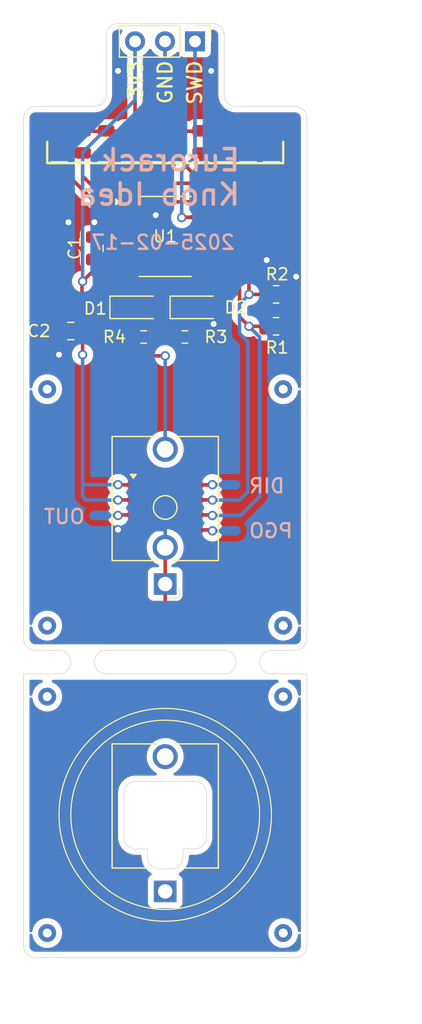
<source format=kicad_pcb>
(kicad_pcb (version 20240108) (generator "pcbnew") (generator_version "8.0")
  (layers (0 "F.Cu" signal) (31 "B.Cu" signal) (34 "B.Paste" user) (35 "F.Paste" user) (36 "B.SilkS" user "B.Silkscreen") (37 "F.SilkS" user "F.Silkscreen") (38 "B.Mask" user) (39 "F.Mask" user) (44 "Edge.Cuts" user))
  (net 0 "")
  (net 1 "GND")
  (net 2 "VCC")
  (net 3 "/A1")
  (net 4 "Net-(J1-PadT)")
  (net 5 "/SWD")
  (net 6 "/SDA")
  (net 7 "/SCL")
  (net 10 "/RST")
  (net 12 "unconnected-(U2-DIR-Pad8)")
  (net 13 "unconnected-(U2-PGO-Pad5)")
  (net 14 "unconnected-(U2-OUT-Pad3)")
  (net 15 "Net-(D3-K)")
  (net 16 "Net-(D4-K)")
  (net 17 "Net-(D5-K)")
  (net 18 "Net-(D6-K)")
  (net 19 "Net-(D7-K)")
  (net 20 "Net-(D8-K)")
  (net 21 "Net-(D9-K)")
  (net 22 "Net-(D10-K)")
  (net 23 "Net-(D11-K)")
  (net 24 "Net-(D12-K)")
  (footprint "Connector_Audio:Jack_3.5mm_QingPu_WQP-PJ398SM_Vertical_CircularHoles" (layer "F.Cu") (at 74 82.4 180)
    (property "Reference" "J1" (hide yes))
    (property "Value" "AudioJack2_SwitchT")
    (fp_line (start 4.5 12.48) (end 0.8 12.48) (stroke (width 0.12)) (layer "F.SilkS"))
    (fp_line (start 4.5 1.98) (end 4.5 12.48) (stroke (width 0.12)) (layer "F.SilkS"))
    (fp_line (start 4.5 1.98) (end 0.72 1.98) (stroke (width 0.12)) (layer "F.SilkS"))
    (fp_line (start -0.72 1.98) (end -4.5 1.98) (stroke (width 0.12)) (layer "F.SilkS"))
    (fp_line (start -0.8 12.48) (end -4.5 12.48) (stroke (width 0.12)) (layer "F.SilkS"))
    (fp_line (start -1.23 -1.17) (end -0.37 -1.17) (stroke (width 0.12)) (layer "F.SilkS"))
    (fp_line (start -1.23 -1.17) (end -1.23 -0.37) (stroke (width 0.12)) (layer "F.SilkS"))
    (fp_line (start -4.5 1.98) (end -4.5 12.48) (stroke (width 0.12)) (layer "F.SilkS"))
    (fp_circle (center 0 6.48) (end 1 6.48) (stroke (width 0.12)) (fill none) (layer "F.SilkS"))
    (pad "8" thru_hole circle (at -10 -3.52 180) (size 1.524 1.524) (drill 0.762) (layers "*.Cu" "*.Mask"))
    (pad "8" thru_hole circle (at -10 16.48 180) (size 1.524 1.524) (drill 0.762) (layers "*.Cu" "*.Mask"))
    (pad "8" thru_hole circle (at 10 -3.52 180) (size 1.524 1.524) (drill 0.762) (layers "*.Cu" "*.Mask"))
    (pad "8" thru_hole circle (at 10 16.48 180) (size 1.524 1.524) (drill 0.762) (layers "*.Cu" "*.Mask"))
    (pad "S" thru_hole rect (at 0 0) (size 1.93 1.83) (drill 1.22) (layers "*.Cu" "*.Mask") (net 1 "GND"))
    (pad "T" thru_hole circle (at 0 11.4) (size 2.13 2.13) (drill 1.43) (layers "*.Cu" "*.Mask") (net 4 "Net-(J1-PadT)"))
    (pad "TN" thru_hole circle (at 0 3.1) (size 2.13 2.13) (drill 1.42) (layers "*.Cu" "*.Mask") (net 1 "GND"))
  )
  (footprint "LED_SMD:LED_0805_2012Metric" (layer "F.Cu") (at 69 45 90)
    (property "Reference" "D5" (hide yes))
    (property "Value" "LED_Small" (hide yes))
    (fp_line (start -1.685 -0.7) (end -1.685 0.7) (stroke (width 0.12)) (layer "F.SilkS"))
    (pad "1" smd roundrect (at -0.9375 0 90) (size 0.975 1.4) (layers "F.Cu" "F.Paste" "F.Mask") (net 17 "Net-(D5-K)"))
    (pad "2" smd roundrect (at 0.9375 0 90) (size 0.975 1.4) (layers "F.Cu" "F.Paste" "F.Mask") (net 2 "VCC"))
  )
  (footprint "LED_SMD:LED_0805_2012Metric" (layer "F.Cu") (at 71 45 90)
    (property "Reference" "D6" (hide yes))
    (property "Value" "LED_Small" (hide yes))
    (fp_line (start -1.685 -0.7) (end -1.685 0.7) (stroke (width 0.12)) (layer "F.SilkS"))
    (pad "1" smd roundrect (at -0.9375 0 90) (size 0.975 1.4) (layers "F.Cu" "F.Paste" "F.Mask") (net 18 "Net-(D6-K)"))
    (pad "2" smd roundrect (at 0.9375 0 90) (size 0.975 1.4) (layers "F.Cu" "F.Paste" "F.Mask") (net 2 "VCC"))
  )
  (footprint "Resistor_SMD:R_0603_1608Metric" (layer "F.Cu") (at 72.175 61.5)
    (property "Reference" "R4" (at -2.475 0 360) (layer "F.SilkS"))
    (property "Value" "33K")
    (fp_line (start -0.237258 -0.5225) (end 0.237258 -0.5225) (stroke (width 0.12)) (layer "F.SilkS"))
    (fp_line (start -0.237258 0.5225) (end 0.237258 0.5225) (stroke (width 0.12)) (layer "F.SilkS"))
    (pad "1" smd roundrect (at -0.825 0) (size 0.8 0.95) (layers "F.Cu" "F.Paste" "F.Mask") (net 4 "Net-(J1-PadT)"))
    (pad "2" smd roundrect (at 0.825 0) (size 0.8 0.95) (layers "F.Cu" "F.Paste" "F.Mask") (net 3 "/A1"))
  )
  (footprint "LED_SMD:LED_0805_2012Metric" (layer "F.Cu") (at 83 45 90)
    (property "Reference" "D12" (hide yes))
    (property "Value" "LED_Small" (hide yes))
    (fp_line (start -1.685 -0.7) (end -1.685 0.7) (stroke (width 0.12)) (layer "F.SilkS"))
    (pad "1" smd roundrect (at -0.9375 0 90) (size 0.975 1.4) (layers "F.Cu" "F.Paste" "F.Mask") (net 24 "Net-(D12-K)"))
    (pad "2" smd roundrect (at 0.9375 0 90) (size 0.975 1.4) (layers "F.Cu" "F.Paste" "F.Mask") (net 2 "VCC"))
  )
  (footprint "LED_SMD:LED_0805_2012Metric" (layer "F.Cu") (at 65 45 90)
    (property "Reference" "D3" (hide yes))
    (property "Value" "LED_Small" (hide yes))
    (fp_line (start -1.685 -0.7) (end -1.685 0.7) (stroke (width 0.12)) (layer "F.SilkS"))
    (pad "1" smd roundrect (at -0.9375 0 90) (size 0.975 1.4) (layers "F.Cu" "F.Paste" "F.Mask") (net 15 "Net-(D3-K)"))
    (pad "2" smd roundrect (at 0.9375 0 90) (size 0.975 1.4) (layers "F.Cu" "F.Paste" "F.Mask") (net 2 "VCC"))
  )
  (footprint "LED_SMD:LED_0805_2012Metric" (layer "F.Cu") (at 77 45 90)
    (property "Reference" "D9" (hide yes))
    (property "Value" "LED_Small" (hide yes))
    (fp_line (start -1.685 -0.7) (end -1.685 0.7) (stroke (width 0.12)) (layer "F.SilkS"))
    (pad "1" smd roundrect (at -0.9375 0 90) (size 0.975 1.4) (layers "F.Cu" "F.Paste" "F.Mask") (net 21 "Net-(D9-K)"))
    (pad "2" smd roundrect (at 0.9375 0 90) (size 0.975 1.4) (layers "F.Cu" "F.Paste" "F.Mask") (net 2 "VCC"))
  )
  (footprint "Capacitor_SMD:C_0805_2012Metric" (layer "F.Cu") (at 66 61)
    (property "Reference" "C2" (at -2.7 0 0) (layer "F.SilkS"))
    (property "Value" "100n" (hide yes))
    (fp_line (start -0.261252 -0.735) (end 0.261252 -0.735) (stroke (width 0.12)) (layer "F.SilkS"))
    (fp_line (start -0.261252 0.735) (end 0.261252 0.735) (stroke (width 0.12)) (layer "F.SilkS"))
    (pad "1" smd roundrect (at -0.95 0) (size 1 1.45) (layers "F.Cu" "F.Paste" "F.Mask") (net 1 "GND"))
    (pad "2" smd roundrect (at 0.95 0) (size 1 1.45) (layers "F.Cu" "F.Paste" "F.Mask") (net 2 "VCC"))
  )
  (footprint "LED_SMD:LED_0805_2012Metric" (layer "F.Cu") (at 79 45 90)
    (property "Reference" "D10" (hide yes))
    (property "Value" "LED_Small" (hide yes))
    (fp_line (start -1.685 -0.7) (end -1.685 0.7) (stroke (width 0.12)) (layer "F.SilkS"))
    (pad "1" smd roundrect (at -0.9375 0 90) (size 0.975 1.4) (layers "F.Cu" "F.Paste" "F.Mask") (net 22 "Net-(D10-K)"))
    (pad "2" smd roundrect (at 0.9375 0 90) (size 0.975 1.4) (layers "F.Cu" "F.Paste" "F.Mask") (net 2 "VCC"))
  )
  (footprint "LED_SMD:LED_0805_2012Metric" (layer "F.Cu") (at 67 45 90)
    (property "Reference" "D4" (hide yes))
    (property "Value" "LED_Small" (hide yes))
    (fp_line (start -1.685 -0.7) (end -1.685 0.7) (stroke (width 0.12)) (layer "F.SilkS"))
    (pad "1" smd roundrect (at -0.9375 0 90) (size 0.975 1.4) (layers "F.Cu" "F.Paste" "F.Mask") (net 16 "Net-(D4-K)"))
    (pad "2" smd roundrect (at 0.9375 0 90) (size 0.975 1.4) (layers "F.Cu" "F.Paste" "F.Mask") (net 2 "VCC"))
  )
  (footprint "Package_SO:TSSOP-20_4.4x6.5mm_P0.65mm" (layer "F.Cu") (at 74 53)
    (property "Reference" "U1" (at 0 0 0) (layer "F.SilkS"))
    (property "Value" "CH32V003FxPx")
    (fp_line (start 0 -3.385) (end -2.2 -3.385) (stroke (width 0.12)) (layer "F.SilkS"))
    (fp_line (start 0 -3.385) (end 2.2 -3.385) (stroke (width 0.12)) (layer "F.SilkS"))
    (fp_line (start 0 3.385) (end -2.2 3.385) (stroke (width 0.12)) (layer "F.SilkS"))
    (fp_line (start 0 3.385) (end 2.2 3.385) (stroke (width 0.12)) (layer "F.SilkS"))
    (fp_poly (pts (xy -3.86 -2.925) (xy -4.19 -3.165) (xy -4.19 -2.685) (xy -3.86 -2.925)) (stroke (width 0.12)) (fill solid) (layer "F.SilkS"))
    (pad "1" smd roundrect (at -2.8625 -2.925) (size 1.475 0.4) (layers "F.Cu" "F.Paste" "F.Mask") (net 17 "Net-(D5-K)"))
    (pad "2" smd roundrect (at -2.8625 -2.275) (size 1.475 0.4) (layers "F.Cu" "F.Paste" "F.Mask") (net 16 "Net-(D4-K)"))
    (pad "3" smd roundrect (at -2.8625 -1.625) (size 1.475 0.4) (layers "F.Cu" "F.Paste" "F.Mask") (net 15 "Net-(D3-K)"))
    (pad "4" smd roundrect (at -2.8625 -0.975) (size 1.475 0.4) (layers "F.Cu" "F.Paste" "F.Mask") (net 10 "/RST"))
    (pad "5" smd roundrect (at -2.8625 -0.325) (size 1.475 0.4) (layers "F.Cu" "F.Paste" "F.Mask") (net 3 "/A1"))
    (pad "6" smd roundrect (at -2.8625 0.325) (size 1.475 0.4) (layers "F.Cu" "F.Paste" "F.Mask"))
    (pad "7" smd roundrect (at -2.8625 0.975) (size 1.475 0.4) (layers "F.Cu" "F.Paste" "F.Mask") (net 1 "GND"))
    (pad "8" smd roundrect (at -2.8625 1.625) (size 1.475 0.4) (layers "F.Cu" "F.Paste" "F.Mask"))
    (pad "9" smd roundrect (at -2.8625 2.275) (size 1.475 0.4) (layers "F.Cu" "F.Paste" "F.Mask") (net 2 "VCC"))
    (pad "10" smd roundrect (at -2.8625 2.925) (size 1.475 0.4) (layers "F.Cu" "F.Paste" "F.Mask"))
    (pad "11" smd roundrect (at 2.8625 2.925) (size 1.475 0.4) (layers "F.Cu" "F.Paste" "F.Mask") (net 6 "/SDA"))
    (pad "12" smd roundrect (at 2.8625 2.275) (size 1.475 0.4) (layers "F.Cu" "F.Paste" "F.Mask") (net 7 "/SCL"))
    (pad "13" smd roundrect (at 2.8625 1.625) (size 1.475 0.4) (layers "F.Cu" "F.Paste" "F.Mask") (net 24 "Net-(D12-K)"))
    (pad "14" smd roundrect (at 2.8625 0.975) (size 1.475 0.4) (layers "F.Cu" "F.Paste" "F.Mask") (net 23 "Net-(D11-K)"))
    (pad "15" smd roundrect (at 2.8625 0.325) (size 1.475 0.4) (layers "F.Cu" "F.Paste" "F.Mask") (net 22 "Net-(D10-K)"))
    (pad "16" smd roundrect (at 2.8625 -0.325) (size 1.475 0.4) (layers "F.Cu" "F.Paste" "F.Mask") (net 21 "Net-(D9-K)"))
    (pad "17" smd roundrect (at 2.8625 -0.975) (size 1.475 0.4) (layers "F.Cu" "F.Paste" "F.Mask") (net 20 "Net-(D8-K)"))
    (pad "18" smd roundrect (at 2.8625 -1.625) (size 1.475 0.4) (layers "F.Cu" "F.Paste" "F.Mask") (net 5 "/SWD"))
    (pad "19" smd roundrect (at 2.8625 -2.275) (size 1.475 0.4) (layers "F.Cu" "F.Paste" "F.Mask") (net 19 "Net-(D7-K)"))
    (pad "20" smd roundrect (at 2.8625 -2.925) (size 1.475 0.4) (layers "F.Cu" "F.Paste" "F.Mask") (net 18 "Net-(D6-K)"))
  )
  (footprint "Connector_Audio:Jack_3.5mm_QingPu_WQP-PJ398SM_Vertical_CircularHoles" (layer "F.Cu") (at 74 108.4 180)
    (property "Reference" "JN1" (hide yes))
    (property "Value" "AudioJack2_SwitchT")
    (fp_line (start 4.5 12.48) (end 0.8 12.48) (stroke (width 0.12)) (layer "F.SilkS"))
    (fp_line (start 4.5 1.98) (end 4.5 12.48) (stroke (width 0.12)) (layer "F.SilkS"))
    (fp_line (start 4.5 1.98) (end 1.72 1.98) (stroke (width 0.12)) (layer "F.SilkS"))
    (fp_line (start -0.8 12.48) (end -4.5 12.48) (stroke (width 0.12)) (layer "F.SilkS"))
    (fp_line (start -1.72 1.98) (end -4.5 1.98) (stroke (width 0.12)) (layer "F.SilkS"))
    (fp_line (start -4.5 1.98) (end -4.5 12.48) (stroke (width 0.12)) (layer "F.SilkS"))
    (pad "8" thru_hole circle (at -10 -3.52 180) (size 1.524 1.524) (drill 0.762) (layers "*.Cu" "*.Mask"))
    (pad "8" thru_hole circle (at -10 16.48 180) (size 1.524 1.524) (drill 0.762) (layers "*.Cu" "*.Mask"))
    (pad "8" thru_hole circle (at 10 -3.52 180) (size 1.524 1.524) (drill 0.762) (layers "*.Cu" "*.Mask"))
    (pad "8" thru_hole circle (at 10 16.48 180) (size 1.524 1.524) (drill 0.762) (layers "*.Cu" "*.Mask"))
    (pad "S" thru_hole rect (at 0 0) (size 1.93 1.83) (drill 1.22) (layers "*.Cu" "*.Mask"))
    (pad "T" thru_hole circle (at 0 11.4) (size 2.13 2.13) (drill 1.43) (layers "*.Cu" "*.Mask"))
  )
  (footprint "Resistor_SMD:R_0805_2012Metric" (layer "F.Cu") (at 83.4 57.9 180)
    (property "Reference" "R2" (at -0.0875 1.7 360) (layer "F.SilkS"))
    (property "Value" "1K")
    (fp_line (start -0.227064 0.735) (end 0.227064 0.735) (stroke (width 0.12)) (layer "F.SilkS"))
    (fp_line (start -0.227064 -0.735) (end 0.227064 -0.735) (stroke (width 0.12)) (layer "F.SilkS"))
    (pad "1" smd roundrect (at -0.9125 0 180) (size 1.025 1.4) (layers "F.Cu" "F.Paste" "F.Mask") (roundrect_rratio 0.243902) (net 2 "VCC"))
    (pad "2" smd roundrect (at 0.9125 0 180) (size 1.025 1.4) (layers "F.Cu" "F.Paste" "F.Mask") (roundrect_rratio 0.243902) (net 7 "/SCL"))
  )
  (footprint "LED_SMD:LED_0805_2012Metric" (layer "F.Cu") (at 75 45 90)
    (property "Reference" "D8" (hide yes))
    (property "Value" "LED_Small" (hide yes))
    (fp_line (start -1.685 -0.7) (end -1.685 0.7) (stroke (width 0.12)) (layer "F.SilkS"))
    (pad "1" smd roundrect (at -0.9375 0 90) (size 0.975 1.4) (layers "F.Cu" "F.Paste" "F.Mask") (net 20 "Net-(D8-K)"))
    (pad "2" smd roundrect (at 0.9375 0 90) (size 0.975 1.4) (layers "F.Cu" "F.Paste" "F.Mask") (net 2 "VCC"))
  )
  (footprint "LED_SMD:LED_0805_2012Metric" (layer "F.Cu") (at 81 45 90)
    (property "Reference" "D11" (hide yes))
    (property "Value" "LED_Small" (hide yes))
    (fp_line (start -1.685 -0.7) (end -1.685 0.7) (stroke (width 0.12)) (layer "F.SilkS"))
    (pad "1" smd roundrect (at -0.9375 0 90) (size 0.975 1.4) (layers "F.Cu" "F.Paste" "F.Mask") (net 23 "Net-(D11-K)"))
    (pad "2" smd roundrect (at 0.9375 0 90) (size 0.975 1.4) (layers "F.Cu" "F.Paste" "F.Mask") (net 2 "VCC"))
  )
  (footprint "Capacitor_SMD:C_0805_2012Metric" (layer "F.Cu") (at 68 54 90)
    (property "Reference" "C1" (at 0 -1.68 90) (layer "F.SilkS"))
    (property "Value" "1u" (hide yes))
    (fp_line (start -0.261252 -0.735) (end 0.261252 -0.735) (stroke (width 0.12)) (layer "F.SilkS"))
    (fp_line (start -0.261252 0.735) (end 0.261252 0.735) (stroke (width 0.12)) (layer "F.SilkS"))
    (pad "1" smd roundrect (at -0.95 0 90) (size 1 1.45) (layers "F.Cu" "F.Paste" "F.Mask") (net 2 "VCC"))
    (pad "2" smd roundrect (at 0.95 0 90) (size 1 1.45) (layers "F.Cu" "F.Paste" "F.Mask") (net 1 "GND"))
  )
  (footprint "Package_SO:SOIC-8_3.9x4.9mm_P1.27mm" (layer "F.Cu") (at 74 75.92)
    (property "Reference" "U2" (hide yes))
    (property "Value" "AS5600")
    (fp_poly (pts (xy -2.7 -2.465) (xy -2.94 -2.795) (xy -2.46 -2.795) (xy -2.7 -2.465)) (stroke (width 0.12)) (fill solid) (layer "F.SilkS"))
    (pad "1" smd roundrect (at -2.35 -1.905) (size 1.7 0.6) (layers "F.Cu" "F.Paste" "F.Mask") (net 2 "VCC"))
    (pad "2" smd roundrect (at -2.35 -0.635) (size 1.7 0.6) (layers "F.Cu" "F.Paste" "F.Mask") (net 2 "VCC"))
    (pad "3" smd roundrect (at -2.35 0.635) (size 1.7 0.6) (layers "F.Cu" "F.Paste" "F.Mask") (net 14 "unconnected-(U2-OUT-Pad3)"))
    (pad "4" smd roundrect (at -2.35 1.905) (size 1.7 0.6) (layers "F.Cu" "F.Paste" "F.Mask") (net 1 "GND"))
    (pad "5" smd roundrect (at 2.35 1.905) (size 1.7 0.6) (layers "F.Cu" "F.Paste" "F.Mask") (net 13 "unconnected-(U2-PGO-Pad5)"))
    (pad "6" smd roundrect (at 2.35 0.635) (size 1.7 0.6) (layers "F.Cu" "F.Paste" "F.Mask") (net 6 "/SDA"))
    (pad "7" smd roundrect (at 2.35 -0.635) (size 1.7 0.6) (layers "F.Cu" "F.Paste" "F.Mask") (net 7 "/SCL"))
    (pad "8" smd roundrect (at 2.35 -1.905) (size 1.7 0.6) (layers "F.Cu" "F.Paste" "F.Mask") (net 12 "unconnected-(U2-DIR-Pad8)"))
  )
  (footprint "Diode_SMD:Nexperia_CFP3_SOD-123W" (layer "F.Cu") (at 71.575 59)
    (property "Reference" "D1" (at -3.5 0.1 0) (layer "F.SilkS"))
    (property "Value" "BAT46W")
    (fp_line (start -2.26 -0.95) (end -2.26 0.95) (stroke (width 0.12)) (layer "F.SilkS"))
    (fp_line (start -2.26 -0.95) (end 1.4 -0.95) (stroke (width 0.12)) (layer "F.SilkS"))
    (fp_line (start -2.26 0.95) (end 1.4 0.95) (stroke (width 0.12)) (layer "F.SilkS"))
    (pad "1" smd rect (at -1.4 0) (size 1.2 1.2) (layers "F.Cu" "F.Paste" "F.Mask") (net 2 "VCC"))
    (pad "2" smd rect (at 1.4 0) (size 1.2 1.2) (layers "F.Cu" "F.Paste" "F.Mask") (net 3 "/A1"))
  )
  (footprint "LED_SMD:LED_0805_2012Metric" (layer "F.Cu") (at 73 45 90)
    (property "Reference" "D7" (hide yes))
    (property "Value" "LED_Small" (hide yes))
    (fp_line (start -1.685 -0.7) (end -1.685 0.7) (stroke (width 0.12)) (layer "F.SilkS"))
    (pad "1" smd roundrect (at -0.9375 0 90) (size 0.975 1.4) (layers "F.Cu" "F.Paste" "F.Mask") (net 19 "Net-(D7-K)"))
    (pad "2" smd roundrect (at 0.9375 0 90) (size 0.975 1.4) (layers "F.Cu" "F.Paste" "F.Mask") (net 2 "VCC"))
  )
  (footprint "Resistor_SMD:R_0603_1608Metric" (layer "F.Cu") (at 75.675 61.5)
    (property "Reference" "R3" (at 2.625 0 360) (layer "F.SilkS"))
    (property "Value" "66K")
    (fp_line (start -0.237258 -0.5225) (end 0.237258 -0.5225) (stroke (width 0.12)) (layer "F.SilkS"))
    (fp_line (start -0.237258 0.5225) (end 0.237258 0.5225) (stroke (width 0.12)) (layer "F.SilkS"))
    (pad "1" smd roundrect (at -0.825 0) (size 0.8 0.95) (layers "F.Cu" "F.Paste" "F.Mask") (net 3 "/A1"))
    (pad "2" smd roundrect (at 0.825 0) (size 0.8 0.95) (layers "F.Cu" "F.Paste" "F.Mask") (net 1 "GND"))
  )
  (footprint "Resistor_SMD:R_0805_2012Metric" (layer "F.Cu") (at 83.4 60.6 180)
    (property "Reference" "R1" (at -0.0875 -1.8 360) (layer "F.SilkS"))
    (property "Value" "1K")
    (fp_line (start -0.227064 0.735) (end 0.227064 0.735) (stroke (width 0.12)) (layer "F.SilkS"))
    (fp_line (start -0.227064 -0.735) (end 0.227064 -0.735) (stroke (width 0.12)) (layer "F.SilkS"))
    (pad "1" smd roundrect (at -0.9125 0 180) (size 1.025 1.4) (layers "F.Cu" "F.Paste" "F.Mask") (roundrect_rratio 0.243902) (net 2 "VCC"))
    (pad "2" smd roundrect (at 0.9125 0 180) (size 1.025 1.4) (layers "F.Cu" "F.Paste" "F.Mask") (roundrect_rratio 0.243902) (net 6 "/SDA"))
  )
  (footprint "Diode_SMD:Nexperia_CFP3_SOD-123W" (layer "F.Cu") (at 76.675 59)
    (property "Reference" "D2" (at 3.325 0 0) (layer "F.SilkS"))
    (property "Value" "BAT46W")
    (fp_line (start -2.26 -0.95) (end -2.26 0.95) (stroke (width 0.12)) (layer "F.SilkS"))
    (fp_line (start -2.26 -0.95) (end 1.4 -0.95) (stroke (width 0.12)) (layer "F.SilkS"))
    (fp_line (start -2.26 0.95) (end 1.4 0.95) (stroke (width 0.12)) (layer "F.SilkS"))
    (pad "1" smd rect (at -1.4 0) (size 1.2 1.2) (layers "F.Cu" "F.Paste" "F.Mask") (net 3 "/A1"))
    (pad "2" smd rect (at 1.4 0) (size 1.2 1.2) (layers "F.Cu" "F.Paste" "F.Mask") (net 1 "GND"))
  )
  (footprint "Connector_PinHeader_2.54mm:PinHeader_1x03_P2.54mm_Vertical" (layer "F.Cu") (at 76.525 36.5 -90)
    (property "Reference" "J2" (hide yes))
    (property "Value" "Conn_01x03_Pin" (hide yes))
    (fp_line (start -1.33 6.41) (end 1.33 6.41) (stroke (width 0.12)) (layer "F.SilkS"))
    (fp_line (start -1.33 1.27) (end -1.33 6.41) (stroke (width 0.12)) (layer "F.SilkS"))
    (fp_line (start -1.33 1.27) (end 1.33 1.27) (stroke (width 0.12)) (layer "F.SilkS"))
    (fp_line (start 1.33 1.27) (end 1.33 6.41) (stroke (width 0.12)) (layer "F.SilkS"))
    (fp_line (start -1.33 0) (end -1.33 -1.33) (stroke (width 0.12)) (layer "F.SilkS"))
    (fp_line (start -1.33 -1.33) (end 0 -1.33) (stroke (width 0.12)) (layer "F.SilkS"))
    (pad "1" thru_hole rect (at 0 0 270) (size 1.7 1.7) (drill 1) (layers "*.Cu" "*.Mask") (net 5 "/SWD"))
    (pad "2" thru_hole oval (at 0 2.54 270) (size 1.7 1.7) (drill 1) (layers "*.Cu" "*.Mask") (net 1 "GND"))
    (pad "3" thru_hole oval (at 0 5.08 270) (size 1.7 1.7) (drill 1) (layers "*.Cu" "*.Mask") (net 2 "VCC"))
  )
  (gr_circle (center 74 101.92) (end 83 101.92) (stroke (width 0.1)) (fill none) (layer "F.SilkS"))
  (gr_line (start 64 45) (end 64 46.8) (stroke (width 0.2)) (layer "F.SilkS"))
  (gr_line (start 84 46.8) (end 84 45) (stroke (width 0.2)) (layer "F.SilkS"))
  (gr_circle (center 74 101.92) (end 82 101.92) (stroke (width 0.1)) (fill none) (layer "F.SilkS"))
  (gr_line (start 64 46.8) (end 84 46.8) (stroke (width 0.2)) (layer "F.SilkS"))
  (gr_arc (start 63 88) (mid 62.292893 87.707107) (end 62 87) (stroke (width 0.05)) (layer "Edge.Cuts"))
  (gr_line (start 76.5 104.8) (end 75.5 104.8) (stroke (width 0.05)) (layer "Edge.Cuts"))
  (gr_arc (start 65 88) (mid 66 89) (end 65 90) (stroke (width 0.05)) (layer "Edge.Cuts"))
  (gr_arc (start 69 36) (mid 69.292893 35.292893) (end 70 35) (stroke (width 0.05)) (layer "Edge.Cuts"))
  (gr_line (start 75.5 104.8) (end 75.5 105.5) (stroke (width 0.05)) (layer "Edge.Cuts"))
  (gr_arc (start 85 42) (mid 85.707107 42.292893) (end 86 43) (stroke (width 0.05)) (layer "Edge.Cuts"))
  (gr_arc (start 86 87) (mid 85.707107 87.707107) (end 85 88) (stroke (width 0.05)) (layer "Edge.Cuts"))
  (gr_line (start 71.5 104.8) (end 72.5 104.8) (stroke (width 0.05)) (layer "Edge.Cuts"))
  (gr_line (start 62 90) (end 65 90) (stroke (width 0.05)) (layer "Edge.Cuts"))
  (gr_line (start 85 42) (end 80 42) (stroke (width 0.05)) (layer "Edge.Cuts"))
  (gr_line (start 72.5 104.8) (end 72.5 105.5) (stroke (width 0.05)) (layer "Edge.Cuts"))
  (gr_arc (start 86 113) (mid 85.707107 113.707107) (end 85 114) (stroke (width 0.05)) (layer "Edge.Cuts"))
  (gr_arc (start 83 90) (mid 82 89) (end 83 88) (stroke (width 0.05)) (layer "Edge.Cuts"))
  (gr_line (start 63 88) (end 65 88) (stroke (width 0.05)) (layer "Edge.Cuts"))
  (gr_arc (start 63 114) (mid 62.292893 113.707107) (end 62 113) (stroke (width 0.05)) (layer "Edge.Cuts"))
  (gr_line (start 85 114) (end 63 114) (stroke (width 0.05)) (layer "Edge.Cuts"))
  (gr_line (start 79 90) (end 69 90) (stroke (width 0.05)) (layer "Edge.Cuts"))
  (gr_arc (start 73.5 106.5) (mid 72.792893 106.207107) (end 72.5 105.5) (stroke (width 0.05)) (layer "Edge.Cuts"))
  (gr_line (start 69 88) (end 79 88) (stroke (width 0.05)) (layer "Edge.Cuts"))
  (gr_line (start 86 90) (end 83 90) (stroke (width 0.05)) (layer "Edge.Cuts"))
  (gr_arc (start 71.5 104.8) (mid 70.792893 104.507107) (end 70.5 103.8) (stroke (width 0.05)) (layer "Edge.Cuts"))
  (gr_arc (start 69 90) (mid 68 89) (end 69 88) (stroke (width 0.05)) (layer "Edge.Cuts"))
  (gr_line (start 73.5 106.5) (end 74.5 106.5) (stroke (width 0.05)) (layer "Edge.Cuts"))
  (gr_line (start 68 42) (end 63 42) (stroke (width 0.05)) (layer "Edge.Cuts"))
  (gr_arc (start 62 43) (mid 62.292893 42.292893) (end 63 42) (stroke (width 0.05)) (layer "Edge.Cuts"))
  (gr_line (start 85 88) (end 83 88) (stroke (width 0.05)) (layer "Edge.Cuts"))
  (gr_line (start 70.5 100.1) (end 70.5 103.8) (stroke (width 0.05)) (layer "Edge.Cuts"))
  (gr_line (start 76.5 99.1) (end 71.5 99.1) (stroke (width 0.05)) (layer "Edge.Cuts"))
  (gr_arc (start 80 42) (mid 79.292893 41.707107) (end 79 41) (stroke (width 0.05)) (layer "Edge.Cuts"))
  (gr_arc (start 79 88) (mid 80 89) (end 79 90) (stroke (width 0.05)) (layer "Edge.Cuts"))
  (gr_line (start 77.5 103.8) (end 77.5 100.1) (stroke (width 0.05)) (layer "Edge.Cuts"))
  (gr_line (start 79 41) (end 79 36) (stroke (width 0.05)) (layer "Edge.Cuts"))
  (gr_line (start 62 43) (end 62 87) (stroke (width 0.05)) (layer "Edge.Cuts"))
  (gr_arc (start 75.5 105.5) (mid 75.207107 106.207107) (end 74.5 106.5) (stroke (width 0.05)) (layer "Edge.Cuts"))
  (gr_line (start 69 36) (end 69 41) (stroke (width 0.05)) (layer "Edge.Cuts"))
  (gr_arc (start 76.5 99.1) (mid 77.207107 99.392893) (end 77.5 100.1) (stroke (width 0.05)) (layer "Edge.Cuts"))
  (gr_arc (start 70.5 100.1) (mid 70.792893 99.392893) (end 71.5 99.1) (stroke (width 0.05)) (layer "Edge.Cuts"))
  (gr_arc (start 69 41) (mid 68.707107 41.707107) (end 68 42) (stroke (width 0.05)) (layer "Edge.Cuts"))
  (gr_arc (start 77.5 103.8) (mid 77.207107 104.507107) (end 76.5 104.8) (stroke (width 0.05)) (layer "Edge.Cuts"))
  (gr_line (start 78 35) (end 70 35) (stroke (width 0.05)) (layer "Edge.Cuts"))
  (gr_arc (start 78 35) (mid 78.707107 35.292893) (end 79 36) (stroke (width 0.05)) (layer "Edge.Cuts"))
  (gr_line (start 86 90) (end 86 113) (stroke (width 0.05)) (layer "Edge.Cuts"))
  (gr_line (start 62 113) (end 62 90) (stroke (width 0.05)) (layer "Edge.Cuts"))
  (gr_line (start 86 43) (end 86 87) (stroke (width 0.05)) (layer "Edge.Cuts"))
  (gr_text "2025-02-17" (at 80 53.5 0) (layer "B.SilkS") (effects (font (size 1.2 1.2) (thickness 0.2)) (justify left mirror)))
  (gr_text "Eurorack\nKnob Idea\n" (at 80.5 48 0) (layer "B.SilkS") (effects (font (size 1.8 1.8) (thickness 0.3) (bold yes)) (justify left mirror)))
  (gr_text "OUT" (at 67.3 76.7 0) (layer "B.SilkS") (effects (font (size 1.2 1.2) (thickness 0.2)) (justify left mirror)))
  (gr_text "PGO" (at 81 77.9 0) (layer "B.SilkS") (effects (font (size 1.2 1.2) (thickness 0.2)) (justify right mirror)))
  (gr_text "DIR" (at 81 74.1 0) (layer "B.SilkS") (effects (font (size 1.2 1.2) (thickness 0.2)) (justify right mirror)))
  (gr_text "3V3" (at 71.5 38 90) (layer "F.SilkS") (effects (font (size 1.2 1.2) (thickness 0.2)) (justify right)))
  (gr_text "SWD" (at 76.5 38 90) (layer "F.SilkS") (effects (font (size 1.2 1.2) (thickness 0.2)) (justify right)))
  (gr_text "GND" (at 74 38 90) (layer "F.SilkS") (effects (font (size 1.2 1.2) (thickness 0.2)) (justify right)))
  (segment (start 74 82.4) (end 74 84.7) (width 0.3) (layer "F.Cu") (net 1))
  (segment (start 69.975 53.975) (end 69 53) (width 0.3) (layer "F.Cu") (net 1))
  (segment (start 73.985 36.5) (end 73.985 39.985) (width 0.3) (layer "F.Cu") (net 1))
  (segment (start 70.025 77.825) (end 70 77.8) (width 0.3) (layer "F.Cu") (net 1))
  (segment (start 71.1375 53.975) (end 69.975 53.975) (width 0.3) (layer "F.Cu") (net 1))
  (segment (start 71.65 77.825) (end 70.025 77.825) (width 0.3) (layer "F.Cu") (net 1))
  (segment (start 69 53) (end 68.05 53) (width 0.3) (layer "F.Cu") (net 1))
  (segment (start 76.5 61.5) (end 77.6 61.5) (width 0.3) (layer "F.Cu") (net 1))
  (segment (start 65 61.05) (end 65.05 61) (width 0.3) (layer "F.Cu") (net 1))
  (segment (start 68 53.05) (end 68 51.8) (width 0.3) (layer "F.Cu") (net 1))
  (segment (start 65 63) (end 65 61.05) (width 0.3) (layer "F.Cu") (net 1))
  (segment (start 68.05 53) (end 68 53.05) (width 0.3) (layer "F.Cu") (net 1))
  (segment (start 74 79.3) (end 74 82.4) (width 0.3) (layer "F.Cu") (net 1))
  (segment (start 77.6 61.5) (end 78.075 61.025) (width 0.3) (layer "F.Cu") (net 1))
  (segment (start 74 79.3) (end 74 76.4) (width 0.3) (layer "F.Cu") (net 1))
  (segment (start 78.075 61.025) (end 78.075 59) (width 0.3) (layer "F.Cu") (net 1))
  (via (at 68 51.8) (size 0.8) (drill 0.5) (layers "F.Cu" "B.Cu") (net 1))
  (via (at 82.6 55) (size 0.8) (drill 0.5) (layers "F.Cu" "B.Cu") (net 1))
  (via (at 70 39) (size 0.8) (drill 0.5) (layers "F.Cu" "B.Cu") (net 1))
  (via (at 70 77.8) (size 0.8) (drill 0.5) (layers "F.Cu" "B.Cu") (net 1))
  (via (at 65.8 51.8) (size 0.8) (drill 0.5) (layers "F.Cu" "B.Cu") (net 1))
  (via (at 85.1 56.4) (size 0.8) (drill 0.5) (layers "F.Cu" "B.Cu") (net 1))
  (via (at 78.1 60.4) (size 0.8) (drill 0.5) (layers "F.Cu" "B.Cu") (net 1))
  (via (at 65 63) (size 0.8) (drill 0.5) (layers "F.Cu" "B.Cu") (net 1))
  (via (at 73.2 51.2) (size 0.8) (drill 0.5) (layers "F.Cu" "B.Cu") (net 1))
  (via (at 77.9 39) (size 0.8) (drill 0.5) (layers "F.Cu" "B.Cu") (net 1))
  (segment (start 65 63) (end 65 62) (width 0.3) (layer "B.Cu") (net 1))
  (segment (start 72 72) (end 72 60.4) (width 0.3) (layer "B.Cu") (net 1))
  (segment (start 74 74) (end 72 72) (width 0.3) (layer "B.Cu") (net 1))
  (segment (start 74 79.3) (end 74 77.8) (width 0.3) (layer "B.Cu") (net 1))
  (segment (start 73.985 42.615) (end 73.985 40) (width 0.3) (layer "B.Cu") (net 1))
  (segment (start 72 44.6) (end 73.985 42.615) (width 0.3) (layer "B.Cu") (net 1))
  (segment (start 65 62) (end 68 59) (width 0.3) (layer "B.Cu") (net 1))
  (segment (start 65 63) (end 66 64) (width 0.3) (layer "B.Cu") (net 1))
  (segment (start 74 77.8) (end 74 74) (width 0.3) (layer "B.Cu") (net 1))
  (segment (start 72 60.4) (end 72 44.6) (width 0.3) (layer "B.Cu") (net 1))
  (segment (start 66 77) (end 66.8 77.8) (width 0.3) (layer "B.Cu") (net 1))
  (segment (start 68 59) (end 68 51.8) (width 0.3) (layer "B.Cu") (net 1))
  (segment (start 66 64) (end 66 77) (width 0.3) (layer "B.Cu") (net 1))
  (segment (start 66.8 77.8) (end 70 77.8) (width 0.3) (layer "B.Cu") (net 1))
  (segment (start 78.1 60.4) (end 72 60.4) (width 0.3) (layer "B.Cu") (net 1))
  (segment (start 73.985 40.015) (end 73.985 36.5) (width 0.3) (layer "B.Cu") (net 1))
  (segment (start 70 77.8) (end 74 77.8) (width 0.3) (layer "B.Cu") (net 1))
  (segment (start 70.015 74.015) (end 70 74) (width 0.3) (layer "F.Cu") (net 2))
  (segment (start 65 44.0625) (end 65.0375 44.1) (width 0.3) (layer "F.Cu") (net 2))
  (segment (start 84.3125 60.6) (end 84.3125 57.9) (width 0.3) (layer "F.Cu") (net 2))
  (segment (start 67 63) (end 67 62) (width 0.3) (layer "F.Cu") (net 2))
  (segment (start 68 54.95) (end 68 55.8) (width 0.3) (layer "F.Cu") (net 2))
  (segment (start 84.1 57.6875) (end 84.3125 57.9) (width 0.3) (layer "F.Cu") (net 2))
  (segment (start 71.445 36.5) (end 71.445 43.6175) (width 0.3) (layer "F.Cu") (net 2))
  (segment (start 67 62) (end 66.95 61.95) (width 0.3) (layer "F.Cu") (net 2))
  (segment (start 84.3 44.4) (end 84.3 55.6) (width 0.3) (layer "F.Cu") (net 2))
  (segment (start 84.3 55.6) (end 84.1 55.8) (width 0.3) (layer "F.Cu") (net 2))
  (segment (start 66.95 61.95) (end 66.95 61) (width 0.3) (layer "F.Cu") (net 2))
  (segment (start 69.275 55.275) (end 68.95 54.95) (width 0.3) (layer "F.Cu") (net 2))
  (segment (start 71.445 43.6175) (end 71 44.0625) (width 0.3) (layer "F.Cu") (net 2))
  (segment (start 65.0375 44.1) (end 84 44.1) (width 0.3) (layer "F.Cu") (net 2))
  (segment (start 68 55.8) (end 67 56.8) (width 0.3) (layer "F.Cu") (net 2))
  (segment (start 66.95 61) (end 66.95 59) (width 0.3) (layer "F.Cu") (net 2))
  (segment (start 66.95 59) (end 66.95 56.85) (width 0.3) (layer "F.Cu") (net 2))
  (segment (start 70.015 75.285) (end 70 75.3) (width 0.3) (layer "F.Cu") (net 2))
  (segment (start 71.65 74.015) (end 70.015 74.015) (width 0.3) (layer "F.Cu") (net 2))
  (segment (start 71.1375 55.275) (end 69.275 55.275) (width 0.3) (layer "F.Cu") (net 2))
  (segment (start 66.95 56.85) (end 67 56.8) (width 0.3) (layer "F.Cu") (net 2))
  (segment (start 68.95 54.95) (end 68 54.95) (width 0.3) (layer "F.Cu") (net 2))
  (segment (start 70.175 59) (end 66.95 59) (width 0.3) (layer "F.Cu") (net 2))
  (segment (start 84 44.1) (end 84.3 44.4) (width 0.3) (layer "F.Cu") (net 2))
  (segment (start 84.1 55.8) (end 84.1 57.6875) (width 0.3) (layer "F.Cu") (net 2))
  (segment (start 71.65 75.285) (end 70.015 75.285) (width 0.3) (layer "F.Cu") (net 2))
  (via (at 67 56.8) (size 0.8) (drill 0.5) (layers "F.Cu" "B.Cu") (net 2))
  (via (at 67 63) (size 0.8) (drill 0.5) (layers "F.Cu" "B.Cu") (net 2))
  (via (at 70 74) (size 0.8) (drill 0.5) (layers "F.Cu" "B.Cu") (net 2))
  (via (at 70 75.3) (size 0.8) (drill 0.5) (layers "F.Cu" "B.Cu") (net 2))
  (segment (start 67.3 75.3) (end 67 75) (width 0.3) (layer "B.Cu") (net 2))
  (segment (start 67 56.8) (end 67 45.9) (width 0.3) (layer "B.Cu") (net 2))
  (segment (start 71.445 41.455) (end 71.445 36.5) (width 0.3) (layer "B.Cu") (net 2))
  (segment (start 67 45.9) (end 71.445 41.455) (width 0.3) (layer "B.Cu") (net 2))
  (segment (start 70 75.3) (end 67.3 75.3) (width 0.3) (layer "B.Cu") (net 2))
  (segment (start 70 74) (end 67 74) (width 0.3) (layer "B.Cu") (net 2))
  (segment (start 67 63) (end 67 74) (width 0.3) (layer "B.Cu") (net 2))
  (segment (start 67 75) (end 67 74) (width 0.3) (layer "B.Cu") (net 2))
  (segment (start 73 59.025) (end 72.975 59) (width 0.3) (layer "F.Cu") (net 3))
  (segment (start 74.85 61.5) (end 73 61.5) (width 0.3) (layer "F.Cu") (net 3))
  (segment (start 72.975 59) (end 72.975 53.175) (width 0.3) (layer "F.Cu") (net 3))
  (segment (start 75.275 59) (end 72.975 59) (width 0.3) (layer "F.Cu") (net 3))
  (segment (start 72.475 52.675) (end 71.1375 52.675) (width 0.3) (layer "F.Cu") (net 3))
  (segment (start 72.975 53.175) (end 72.475 52.675) (width 0.3) (layer "F.Cu") (net 3))
  (segment (start 73 61.5) (end 73 59.025) (width 0.3) (layer "F.Cu") (net 3))
  (segment (start 71.6 62.7) (end 72 63.1) (width 0.3) (layer "F.Cu") (net 4))
  (segment (start 72 63.1) (end 74 63.1) (width 0.3) (layer "F.Cu") (net 4))
  (segment (start 71.35 61.5) (end 71.35 62.45) (width 0.3) (layer "F.Cu") (net 4))
  (segment (start 71.35 62.45) (end 71.6 62.7) (width 0.3) (layer "F.Cu") (net 4))
  (via (at 74 63.1) (size 0.8) (drill 0.5) (layers "F.Cu" "B.Cu") (net 4))
  (segment (start 74 63.1) (end 74 71) (width 0.3) (layer "B.Cu") (net 4))
  (segment (start 76.8625 51.375) (end 75.425 51.375) (width 0.3) (layer "F.Cu") (net 5))
  (segment (start 75.425 51.375) (end 75.4 51.4) (width 0.3) (layer "F.Cu") (net 5))
  (via (at 75.4 51.4) (size 0.8) (drill 0.5) (layers "F.Cu" "B.Cu") (net 5))
  (segment (start 75.4 51.4) (end 75.4 47.4) (width 0.3) (layer "B.Cu") (net 5))
  (segment (start 76.525 46.275) (end 76.525 36.5) (width 0.3) (layer "B.Cu") (net 5))
  (segment (start 75.4 47.4) (end 76.525 46.275) (width 0.3) (layer "B.Cu") (net 5))
  (segment (start 80.3 59.8) (end 80.3 56.5) (width 0.3) (layer "F.Cu") (net 6))
  (segment (start 79.725 55.925) (end 76.8625 55.925) (width 0.3) (layer "F.Cu") (net 6))
  (segment (start 81.1 60.6) (end 82.4875 60.6) (width 0.3) (layer "F.Cu") (net 6))
  (segment (start 77.955 76.555) (end 78 76.6) (width 0.3) (layer "F.Cu") (net 6))
  (segment (start 80.3 56.5) (end 79.725 55.925) (width 0.3) (layer "F.Cu") (net 6))
  (segment (start 81.1 60.6) (end 80.3 59.8) (width 0.3) (layer "F.Cu") (net 6))
  (segment (start 76.35 76.555) (end 77.955 76.555) (width 0.3) (layer "F.Cu") (net 6))
  (via (at 81.1 60.6) (size 0.8) (drill 0.5) (layers "F.Cu" "B.Cu") (net 6))
  (via (at 78 76.6) (size 0.8) (drill 0.5) (layers "F.Cu" "B.Cu") (net 6))
  (segment (start 82 61.5) (end 82 75) (width 0.3) (layer "B.Cu") (net 6))
  (segment (start 80.4 76.6) (end 78 76.6) (width 0.3) (layer "B.Cu") (net 6))
  (segment (start 81.1 60.6) (end 82 61.5) (width 0.3) (layer "B.Cu") (net 6))
  (segment (start 82 75) (end 80.4 76.6) (width 0.3) (layer "B.Cu") (net 6))
  (segment (start 76.35 75.285) (end 77.985 75.285) (width 0.3) (layer "F.Cu") (net 7))
  (segment (start 80.475 55.275) (end 76.8625 55.275) (width 0.3) (layer "F.Cu") (net 7))
  (segment (start 81.1 57.9) (end 81.1 55.9) (width 0.3) (layer "F.Cu") (net 7))
  (segment (start 81.1 57.9) (end 82.4875 57.9) (width 0.3) (layer "F.Cu") (net 7))
  (segment (start 77.985 75.285) (end 78 75.3) (width 0.3) (layer "F.Cu") (net 7))
  (segment (start 81.1 55.9) (end 80.475 55.275) (width 0.3) (layer "F.Cu") (net 7))
  (via (at 81.1 57.9) (size 0.8) (drill 0.5) (layers "F.Cu" "B.Cu") (net 7))
  (via (at 78 75.3) (size 0.8) (drill 0.5) (layers "F.Cu" "B.Cu") (net 7))
  (segment (start 80.3 58.7) (end 80.3 61.2) (width 0.3) (layer "B.Cu") (net 7))
  (segment (start 80.3 61.2) (end 81 61.9) (width 0.3) (layer "B.Cu") (net 7))
  (segment (start 81.1 57.9) (end 80.3 58.7) (width 0.3) (layer "B.Cu") (net 7))
  (segment (start 81 74.6) (end 80.3 75.3) (width 0.3) (layer "B.Cu") (net 7))
  (segment (start 81 61.9) (end 81 74.6) (width 0.3) (layer "B.Cu") (net 7))
  (segment (start 80.3 75.3) (end 78 75.3) (width 0.3) (layer "B.Cu") (net 7))
  (segment (start 77.985 74.015) (end 78 74) (width 0.3) (layer "F.Cu") (net 12))
  (segment (start 76.35 74.015) (end 77.985 74.015) (width 0.3) (layer "F.Cu") (net 12))
  (via (at 78 74) (size 0.8) (drill 0.5) (layers "F.Cu" "B.Cu") (net 12))
  (segment (start 79 74) (end 80 74) (width 0.8) (layer "B.Cu") (net 12))
  (segment (start 78 74) (end 79 74) (width 0.3) (layer "B.Cu") (net 12))
  (segment (start 76.35 77.825) (end 77.925 77.825) (width 0.3) (layer "F.Cu") (net 13))
  (segment (start 77.925 77.825) (end 78 77.9) (width 0.3) (layer "F.Cu") (net 13))
  (via (at 78 77.9) (size 0.8) (drill 0.5) (layers "F.Cu" "B.Cu") (net 13))
  (segment (start 79 77.9) (end 80 77.9) (width 0.8) (layer "B.Cu") (net 13))
  (segment (start 78 77.9) (end 79 77.9) (width 0.3) (layer "B.Cu") (net 13))
  (segment (start 70.045 76.555) (end 70 76.6) (width 0.3) (layer "F.Cu") (net 14))
  (segment (start 71.65 76.555) (end 70.045 76.555) (width 0.3) (layer "F.Cu") (net 14))
  (via (at 70 76.6) (size 0.8) (drill 0.5) (layers "F.Cu" "B.Cu") (net 14))
  (segment (start 69 76.6) (end 68 76.6) (width 0.8) (layer "B.Cu") (net 14))
  (segment (start 70 76.6) (end 69 76.6) (width 0.3) (layer "B.Cu") (net 14))
  (segment (start 69.325 51.375) (end 65 47.05) (width 0.3) (layer "F.Cu") (net 15))
  (segment (start 65 47.05) (end 65 45.9375) (width 0.3) (layer "F.Cu") (net 15))
  (segment (start 71.1375 51.375) (end 69.325 51.375) (width 0.3) (layer "F.Cu") (net 15))
  (segment (start 71.1375 50.725) (end 69.825 50.725) (width 0.3) (layer "F.Cu") (net 16))
  (segment (start 69.825 50.725) (end 67 47.9) (width 0.3) (layer "F.Cu") (net 16))
  (segment (start 67 47.9) (end 67 45.9375) (width 0.3) (layer "F.Cu") (net 16))
  (segment (start 69 48.8) (end 69 45.9375) (width 0.3) (layer "F.Cu") (net 17))
  (segment (start 70.275 50.075) (end 69 48.8) (width 0.3) (layer "F.Cu") (net 17))
  (segment (start 71.1375 50.075) (end 70.275 50.075) (width 0.3) (layer "F.Cu") (net 17))
  (segment (start 71 47.1) (end 71 45.9375) (width 0.3) (layer "F.Cu") (net 18))
  (segment (start 73.975 50.075) (end 71 47.1) (width 0.3) (layer "F.Cu") (net 18))
  (segment (start 76.8625 50.075) (end 73.975 50.075) (width 0.3) (layer "F.Cu") (net 18))
  (segment (start 74.4 48.5) (end 73 47.1) (width 0.3) (layer "F.Cu") (net 19))
  (segment (start 76.8625 50.725) (end 77.975 50.725) (width 0.3) (layer "F.Cu") (net 19))
  (segment (start 73 47.1) (end 73 45.9375) (width 0.3) (layer "F.Cu") (net 19))
  (segment (start 77.9 48.5) (end 74.4 48.5) (width 0.3) (layer "F.Cu") (net 19))
  (segment (start 78.4 50.3) (end 78.4 49) (width 0.3) (layer "F.Cu") (net 19))
  (segment (start 78.4 49) (end 77.9 48.5) (width 0.3) (layer "F.Cu") (net 19))
  (segment (start 77.975 50.725) (end 78.4 50.3) (width 0.3) (layer "F.Cu") (net 19))
  (segment (start 75 46.3) (end 75 45.9375) (width 0.3) (layer "F.Cu") (net 20))
  (segment (start 78.175 52.025) (end 79.3 50.9) (width 0.3) (layer "F.Cu") (net 20))
  (segment (start 79.3 50.9) (end 79.3 48.8) (width 0.3) (layer "F.Cu") (net 20))
  (segment (start 76.8625 52.025) (end 78.175 52.025) (width 0.3) (layer "F.Cu") (net 20))
  (segment (start 79.3 48.8) (end 78.3 47.8) (width 0.3) (layer "F.Cu") (net 20))
  (segment (start 78.3 47.8) (end 76.5 47.8) (width 0.3) (layer "F.Cu") (net 20))
  (segment (start 76.5 47.8) (end 75 46.3) (width 0.3) (layer "F.Cu") (net 20))
  (segment (start 77 46.5) (end 77 45.9375) (width 0.3) (layer "F.Cu") (net 21))
  (segment (start 80.3 48.7) (end 78.7 47.1) (width 0.3) (layer "F.Cu") (net 21))
  (segment (start 78.7 47.1) (end 77.6 47.1) (width 0.3) (layer "F.Cu") (net 21))
  (segment (start 77.6 47.1) (end 77 46.5) (width 0.3) (layer "F.Cu") (net 21))
  (segment (start 76.8625 52.675) (end 78.625 52.675) (width 0.3) (layer "F.Cu") (net 21))
  (segment (start 78.625 52.675) (end 80.3 51) (width 0.3) (layer "F.Cu") (net 21))
  (segment (start 80.3 51) (end 80.3 48.7) (width 0.3) (layer "F.Cu") (net 21))
  (segment (start 81.2 51.3) (end 81.2 48.1375) (width 0.3) (layer "F.Cu") (net 22))
  (segment (start 76.8625 53.325) (end 79.175 53.325) (width 0.3) (layer "F.Cu") (net 22))
  (segment (start 81.2 48.1375) (end 79 45.9375) (width 0.3) (layer "F.Cu") (net 22))
  (segment (start 79.175 53.325) (end 81.2 51.3) (width 0.3) (layer "F.Cu") (net 22))
  (segment (start 81 46.4) (end 81 45.9375) (width 0.3) (layer "F.Cu") (net 23))
  (segment (start 76.8625 53.975) (end 79.925 53.975) (width 0.3) (layer "F.Cu") (net 23))
  (segment (start 82.2 47.6) (end 81 46.4) (width 0.3) (layer "F.Cu") (net 23))
  (segment (start 79.925 53.975) (end 82.2 51.7) (width 0.3) (layer "F.Cu") (net 23))
  (segment (start 82.2 51.7) (end 82.2 47.6) (width 0.3) (layer "F.Cu") (net 23))
  (segment (start 80.675 54.625) (end 83 52.3) (width 0.3) (layer "F.Cu") (net 24))
  (segment (start 83 52.3) (end 83 45.9375) (width 0.3) (layer "F.Cu") (net 24))
  (segment (start 76.8625 54.625) (end 80.675 54.625) (width 0.3) (layer "F.Cu") (net 24))
  (zone (net 1) (net_name "GND") (layers "F&B.Cu") (connect_pads no (clearance 0.5)) (min_thickness 0.25) (fill yes (thermal_gap 0.5) (thermal_bridge_width 0.5))
    (polygon (pts (xy 60 33) (xy 88 33) (xy 88 87.5) (xy 60 87.5)))
  )
  (zone (net 0) (net_name "") (layers "F&B.Cu") (connect_pads no (clearance 0.5)) (min_thickness 0.25) (fill yes (thermal_gap 0.5) (thermal_bridge_width 0.5) (island_removal_mode 1) (island_area_min 10))
    (polygon (pts (xy 60 90.5) (xy 88 90.5) (xy 88 115) (xy 60 115)))
  )
)
</source>
